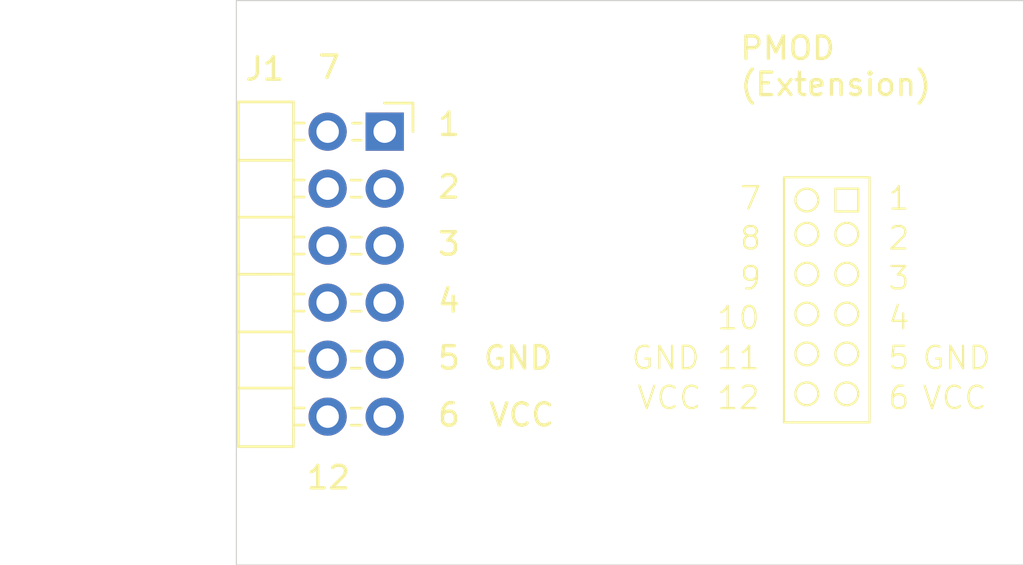
<source format=kicad_pcb>
(kicad_pcb (version 20240108) (generator "pcbnew") (generator_version "8.0")
  (layers (0 "F.Cu" signal) (31 "B.Cu" signal) (34 "B.Paste" user) (35 "F.Paste" user) (36 "B.SilkS" user "B.Silkscreen") (37 "F.SilkS" user "F.Silkscreen") (38 "B.Mask" user) (39 "F.Mask" user) (44 "Edge.Cuts" user))
  (net 0 "")
  (footprint "Connector_PinHeader_2.54mm:PinHeader_2x06_P2.54mm_Horizontal" (layer "F.Cu") (at 132.588 78.74)
    (property "Reference" "J1" (at -2.794 -2.794 0) (layer "F.SilkS"))
    (property "Value" "Conn_02x06_Top_Bottom")
    (fp_line (start -3.975 1.275) (end -1.52 1.275) (stroke (width 0.12)) (layer "F.SilkS"))
    (fp_line (start -3.975 3.81) (end -1.52 3.81) (stroke (width 0.12)) (layer "F.SilkS"))
    (fp_line (start -3.975 6.355) (end -1.52 6.35) (stroke (width 0.12)) (layer "F.SilkS"))
    (fp_line (start -3.975 14.035) (end -3.975 -1.325) (stroke (width 0.12)) (layer "F.SilkS"))
    (fp_line (start -3.975 14.035) (end -1.525 14.035) (stroke (width 0.12)) (layer "F.SilkS"))
    (fp_line (start -3.95 8.925) (end -1.57 8.925) (stroke (width 0.12)) (layer "F.SilkS"))
    (fp_line (start -3.95 11.425) (end -1.545 11.425) (stroke (width 0.12)) (layer "F.SilkS"))
    (fp_line (start -1.525 -1.325) (end -3.975 -1.325) (stroke (width 0.12)) (layer "F.SilkS"))
    (fp_line (start -1.525 -1.325) (end -1.525 14.035) (stroke (width 0.12)) (layer "F.SilkS"))
    (fp_line (start -1.448536 -0.385) (end -1.051465 -0.385) (stroke (width 0.12)) (layer "F.SilkS"))
    (fp_line (start -1.448536 0.375) (end -1.051465 0.375) (stroke (width 0.12)) (layer "F.SilkS"))
    (fp_line (start -1.448536 2.155) (end -1.051465 2.155) (stroke (width 0.12)) (layer "F.SilkS"))
    (fp_line (start -1.448536 2.915) (end -1.051465 2.915) (stroke (width 0.12)) (layer "F.SilkS"))
    (fp_line (start -1.448536 4.695) (end -1.051465 4.695) (stroke (width 0.12)) (layer "F.SilkS"))
    (fp_line (start -1.448536 5.455) (end -1.051465 5.455) (stroke (width 0.12)) (layer "F.SilkS"))
    (fp_line (start -1.448536 7.235) (end -1.051465 7.235) (stroke (width 0.12)) (layer "F.SilkS"))
    (fp_line (start -1.448536 7.995) (end -1.051465 7.995) (stroke (width 0.12)) (layer "F.SilkS"))
    (fp_line (start -1.448536 9.775) (end -1.051465 9.775) (stroke (width 0.12)) (layer "F.SilkS"))
    (fp_line (start -1.448536 10.535) (end -1.051465 10.535) (stroke (width 0.12)) (layer "F.SilkS"))
    (fp_line (start -1.448536 12.315) (end -1.051465 12.315) (stroke (width 0.12)) (layer "F.SilkS"))
    (fp_line (start -1.448536 13.075) (end -1.051465 13.075) (stroke (width 0.12)) (layer "F.SilkS"))
    (fp_line (start 1.042929 2.16) (end 1.497071 2.16) (stroke (width 0.12)) (layer "F.SilkS"))
    (fp_line (start 1.042929 2.92) (end 1.497071 2.92) (stroke (width 0.12)) (layer "F.SilkS"))
    (fp_line (start 1.042929 4.7) (end 1.497071 4.7) (stroke (width 0.12)) (layer "F.SilkS"))
    (fp_line (start 1.042929 5.46) (end 1.497071 5.46) (stroke (width 0.12)) (layer "F.SilkS"))
    (fp_line (start 1.042929 7.24) (end 1.497071 7.24) (stroke (width 0.12)) (layer "F.SilkS"))
    (fp_line (start 1.042929 8) (end 1.497071 8) (stroke (width 0.12)) (layer "F.SilkS"))
    (fp_line (start 1.042929 9.78) (end 1.497071 9.78) (stroke (width 0.12)) (layer "F.SilkS"))
    (fp_line (start 1.042929 10.54) (end 1.497071 10.54) (stroke (width 0.12)) (layer "F.SilkS"))
    (fp_line (start 1.042929 12.32) (end 1.497071 12.32) (stroke (width 0.12)) (layer "F.SilkS"))
    (fp_line (start 1.042929 13.08) (end 1.497071 13.08) (stroke (width 0.12)) (layer "F.SilkS"))
    (fp_line (start 1.11 -0.38) (end 1.497071 -0.38) (stroke (width 0.12)) (layer "F.SilkS"))
    (fp_line (start 1.11 0.38) (end 1.497071 0.38) (stroke (width 0.12)) (layer "F.SilkS"))
    (fp_line (start 2.525 -1.275) (end 3.795 -1.275) (stroke (width 0.12)) (layer "F.SilkS"))
    (fp_line (start 3.8 0) (end 3.8 -1.27) (stroke (width 0.12)) (layer "F.SilkS"))
    (pad "1" thru_hole rect (at 2.54 0) (size 1.7 1.7) (drill 1) (layers "*.Cu" "*.Mask"))
    (pad "2" thru_hole oval (at 2.54 2.54) (size 1.7 1.7) (drill 1) (layers "*.Cu" "*.Mask"))
    (pad "3" thru_hole oval (at 2.54 5.08) (size 1.7 1.7) (drill 1) (layers "*.Cu" "*.Mask"))
    (pad "4" thru_hole oval (at 2.54 7.62) (size 1.7 1.7) (drill 1) (layers "*.Cu" "*.Mask"))
    (pad "5" thru_hole oval (at 2.54 10.16) (size 1.7 1.7) (drill 1) (layers "*.Cu" "*.Mask"))
    (pad "6" thru_hole oval (at 2.54 12.7) (size 1.7 1.7) (drill 1) (layers "*.Cu" "*.Mask"))
    (pad "7" thru_hole circle (at 0 0) (size 1.7 1.7) (drill 1) (layers "*.Cu" "*.Mask"))
    (pad "8" thru_hole oval (at 0 2.54) (size 1.7 1.7) (drill 1) (layers "*.Cu" "*.Mask"))
    (pad "9" thru_hole oval (at 0 5.08) (size 1.7 1.7) (drill 1) (layers "*.Cu" "*.Mask"))
    (pad "10" thru_hole oval (at 0 7.62) (size 1.7 1.7) (drill 1) (layers "*.Cu" "*.Mask"))
    (pad "11" thru_hole oval (at 0 10.16) (size 1.7 1.7) (drill 1) (layers "*.Cu" "*.Mask"))
    (pad "12" thru_hole oval (at 0 12.7) (size 1.7 1.7) (drill 1) (layers "*.Cu" "*.Mask"))
  )
  (gr_circle (center 155.702 90.424) (end 156.21 90.424) (stroke (width 0.1)) (fill none) (layer "F.SilkS"))
  (gr_circle (center 155.702 88.646) (end 156.21 88.646) (stroke (width 0.1)) (fill none) (layer "F.SilkS"))
  (gr_rect (start 152.908 80.772) (end 156.718 91.694) (stroke (width 0.1)) (fill none) (layer "F.SilkS"))
  (gr_circle (center 153.924 86.868) (end 154.432 86.868) (stroke (width 0.1)) (fill none) (layer "F.SilkS"))
  (gr_circle (center 155.702 85.09) (end 156.21 85.09) (stroke (width 0.1)) (fill none) (layer "F.SilkS"))
  (gr_circle (center 153.924 85.09) (end 154.432 85.09) (stroke (width 0.1)) (fill none) (layer "F.SilkS"))
  (gr_circle (center 155.702 83.312) (end 156.21 83.312) (stroke (width 0.1)) (fill none) (layer "F.SilkS"))
  (gr_circle (center 153.924 83.312) (end 154.432 83.312) (stroke (width 0.1)) (fill none) (layer "F.SilkS"))
  (gr_circle (center 153.924 90.424) (end 154.432 90.424) (stroke (width 0.1)) (fill none) (layer "F.SilkS"))
  (gr_circle (center 155.702 86.868) (end 156.21 86.868) (stroke (width 0.1)) (fill none) (layer "F.SilkS"))
  (gr_rect (start 155.194 81.28) (end 156.21 82.296) (stroke (width 0.1)) (fill none) (layer "F.SilkS"))
  (gr_circle (center 153.924 81.788) (end 154.432 81.788) (stroke (width 0.1)) (fill none) (layer "F.SilkS"))
  (gr_circle (center 153.924 88.646) (end 154.432 88.646) (stroke (width 0.1)) (fill none) (layer "F.SilkS"))
  (gr_rect (start 128.524 72.898) (end 163.576 98.044) (stroke (width 0.05)) (fill none) (layer "Edge.Cuts"))
  (gr_text "9" (at 150.876 85.852 0) (layer "F.SilkS") (effects (font (size 1 1) (thickness 0.1)) (justify left bottom)))
  (gr_text "6" (at 137.414 91.948 0) (layer "F.SilkS") (effects (font (size 1 1)) (justify left bottom)))
  (gr_text "VCC" (at 159.004 91.186 0) (layer "F.SilkS") (effects (font (size 1 1) (thickness 0.1)) (justify left bottom)))
  (gr_text "VCC" (at 146.304 91.186 0) (layer "F.SilkS") (effects (font (size 1 1) (thickness 0.1)) (justify left bottom)))
  (gr_text "4" (at 137.414 86.868 0) (layer "F.SilkS") (effects (font (size 1 1)) (justify left bottom)))
  (gr_text "1" (at 157.48 82.296 0) (layer "F.SilkS") (effects (font (size 1 1) (thickness 0.1)) (justify left bottom)))
  (gr_text "GND" (at 146.05 89.408 0) (layer "F.SilkS") (effects (font (size 1 1) (thickness 0.1)) (justify left bottom)))
  (gr_text "3" (at 157.48 85.852 0) (layer "F.SilkS") (effects (font (size 1 1) (thickness 0.1)) (justify left bottom)))
  (gr_text "1" (at 137.414 78.994 0) (layer "F.SilkS") (effects (font (size 1 1)) (justify left bottom)))
  (gr_text "GND" (at 159.004 89.408 0) (layer "F.SilkS") (effects (font (size 1 1) (thickness 0.1)) (justify left bottom)))
  (gr_text "5" (at 157.48 89.408 0) (layer "F.SilkS") (effects (font (size 1 1) (thickness 0.1)) (justify left bottom)))
  (gr_text "10" (at 149.86 87.63 0) (layer "F.SilkS") (effects (font (size 1 1) (thickness 0.1)) (justify left bottom)))
  (gr_text "6" (at 157.48 91.186 0) (layer "F.SilkS") (effects (font (size 1 1) (thickness 0.1)) (justify left bottom)))
  (gr_text "7" (at 132.08 76.454 0) (layer "F.SilkS") (effects (font (size 1 1)) (justify left bottom)))
  (gr_text "7" (at 150.876 82.296 0) (layer "F.SilkS") (effects (font (size 1 1) (thickness 0.1)) (justify left bottom)))
  (gr_text "3" (at 137.414 84.328 0) (layer "F.SilkS") (effects (font (size 1 1)) (justify left bottom)))
  (gr_text "12" (at 149.86 91.186 0) (layer "F.SilkS") (effects (font (size 1 1) (thickness 0.1)) (justify left bottom)))
  (gr_text "5" (at 137.414 89.408 0) (layer "F.SilkS") (effects (font (size 1 1)) (justify left bottom)))
  (gr_text "2" (at 137.414 81.788 0) (layer "F.SilkS") (effects (font (size 1 1)) (justify left bottom)))
  (gr_text "PMOD\n(Extension)" (at 150.876 77.216 0) (layer "F.SilkS") (effects (font (size 1 1)) (justify left bottom)))
  (gr_text "GND" (at 139.446 89.408 0) (layer "F.SilkS") (effects (font (size 1 1)) (justify left bottom)))
  (gr_text "8" (at 150.876 84.074 0) (layer "F.SilkS") (effects (font (size 1 1) (thickness 0.1)) (justify left bottom)))
  (gr_text "VCC" (at 139.7 91.948 0) (layer "F.SilkS") (effects (font (size 1 1)) (justify left bottom)))
  (gr_text "11" (at 149.86 89.408 0) (layer "F.SilkS") (effects (font (size 1 1) (thickness 0.1)) (justify left bottom)))
  (gr_text "2" (at 157.48 84.074 0) (layer "F.SilkS") (effects (font (size 1 1) (thickness 0.1)) (justify left bottom)))
  (gr_text "12" (at 131.572 94.742 0) (layer "F.SilkS") (effects (font (size 1 1)) (justify left bottom)))
  (gr_text "4" (at 157.48 87.63 0) (layer "F.SilkS") (effects (font (size 1 1) (thickness 0.1)) (justify left bottom)))
)
</source>
